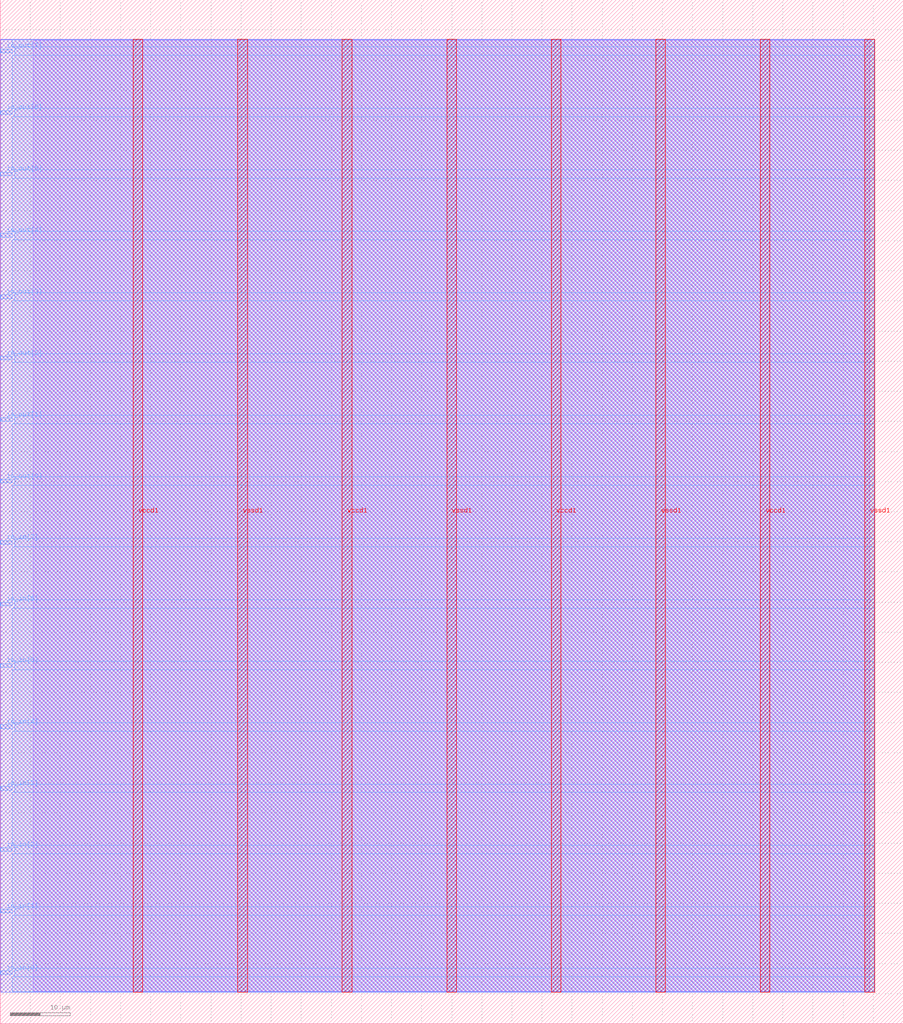
<source format=lef>
VERSION 5.7 ;
  NOWIREEXTENSIONATPIN ON ;
  DIVIDERCHAR "/" ;
  BUSBITCHARS "[]" ;
MACRO user_module_357178660283991041
  CLASS BLOCK ;
  FOREIGN user_module_357178660283991041 ;
  ORIGIN 0.000 0.000 ;
  SIZE 150.000 BY 170.000 ;
  PIN io_in[0]
    DIRECTION INPUT ;
    USE SIGNAL ;
    PORT
      LAYER met3 ;
        RECT 0.000 8.200 2.000 8.800 ;
    END
  END io_in[0]
  PIN io_in[1]
    DIRECTION INPUT ;
    USE SIGNAL ;
    PORT
      LAYER met3 ;
        RECT 0.000 18.400 2.000 19.000 ;
    END
  END io_in[1]
  PIN io_in[2]
    DIRECTION INPUT ;
    USE SIGNAL ;
    PORT
      LAYER met3 ;
        RECT 0.000 28.600 2.000 29.200 ;
    END
  END io_in[2]
  PIN io_in[3]
    DIRECTION INPUT ;
    USE SIGNAL ;
    PORT
      LAYER met3 ;
        RECT 0.000 38.800 2.000 39.400 ;
    END
  END io_in[3]
  PIN io_in[4]
    DIRECTION INPUT ;
    USE SIGNAL ;
    PORT
      LAYER met3 ;
        RECT 0.000 49.000 2.000 49.600 ;
    END
  END io_in[4]
  PIN io_in[5]
    DIRECTION INPUT ;
    USE SIGNAL ;
    PORT
      LAYER met3 ;
        RECT 0.000 59.200 2.000 59.800 ;
    END
  END io_in[5]
  PIN io_in[6]
    DIRECTION INPUT ;
    USE SIGNAL ;
    PORT
      LAYER met3 ;
        RECT 0.000 69.400 2.000 70.000 ;
    END
  END io_in[6]
  PIN io_in[7]
    DIRECTION INPUT ;
    USE SIGNAL ;
    PORT
      LAYER met3 ;
        RECT 0.000 79.600 2.000 80.200 ;
    END
  END io_in[7]
  PIN io_out[0]
    DIRECTION OUTPUT TRISTATE ;
    USE SIGNAL ;
    PORT
      LAYER met3 ;
        RECT 0.000 89.800 2.000 90.400 ;
    END
  END io_out[0]
  PIN io_out[1]
    DIRECTION OUTPUT TRISTATE ;
    USE SIGNAL ;
    PORT
      LAYER met3 ;
        RECT 0.000 100.000 2.000 100.600 ;
    END
  END io_out[1]
  PIN io_out[2]
    DIRECTION OUTPUT TRISTATE ;
    USE SIGNAL ;
    PORT
      LAYER met3 ;
        RECT 0.000 110.200 2.000 110.800 ;
    END
  END io_out[2]
  PIN io_out[3]
    DIRECTION OUTPUT TRISTATE ;
    USE SIGNAL ;
    PORT
      LAYER met3 ;
        RECT 0.000 120.400 2.000 121.000 ;
    END
  END io_out[3]
  PIN io_out[4]
    DIRECTION OUTPUT TRISTATE ;
    USE SIGNAL ;
    PORT
      LAYER met3 ;
        RECT 0.000 130.600 2.000 131.200 ;
    END
  END io_out[4]
  PIN io_out[5]
    DIRECTION OUTPUT TRISTATE ;
    USE SIGNAL ;
    PORT
      LAYER met3 ;
        RECT 0.000 140.800 2.000 141.400 ;
    END
  END io_out[5]
  PIN io_out[6]
    DIRECTION OUTPUT TRISTATE ;
    USE SIGNAL ;
    PORT
      LAYER met3 ;
        RECT 0.000 151.000 2.000 151.600 ;
    END
  END io_out[6]
  PIN io_out[7]
    DIRECTION OUTPUT TRISTATE ;
    USE SIGNAL ;
    PORT
      LAYER met3 ;
        RECT 0.000 161.200 2.000 161.800 ;
    END
  END io_out[7]
  PIN vccd1
    DIRECTION INOUT ;
    USE POWER ;
    PORT
      LAYER met4 ;
        RECT 22.085 5.200 23.685 163.440 ;
    END
    PORT
      LAYER met4 ;
        RECT 56.815 5.200 58.415 163.440 ;
    END
    PORT
      LAYER met4 ;
        RECT 91.545 5.200 93.145 163.440 ;
    END
    PORT
      LAYER met4 ;
        RECT 126.275 5.200 127.875 163.440 ;
    END
  END vccd1
  PIN vssd1
    DIRECTION INOUT ;
    USE GROUND ;
    PORT
      LAYER met4 ;
        RECT 39.450 5.200 41.050 163.440 ;
    END
    PORT
      LAYER met4 ;
        RECT 74.180 5.200 75.780 163.440 ;
    END
    PORT
      LAYER met4 ;
        RECT 108.910 5.200 110.510 163.440 ;
    END
    PORT
      LAYER met4 ;
        RECT 143.640 5.200 145.240 163.440 ;
    END
  END vssd1
  OBS
      LAYER li1 ;
        RECT 5.520 5.355 144.440 163.285 ;
      LAYER met1 ;
        RECT 0.070 5.200 145.240 163.440 ;
      LAYER met2 ;
        RECT 0.100 5.255 145.210 163.385 ;
      LAYER met3 ;
        RECT 2.000 162.200 145.230 163.365 ;
        RECT 2.400 160.800 145.230 162.200 ;
        RECT 2.000 152.000 145.230 160.800 ;
        RECT 2.400 150.600 145.230 152.000 ;
        RECT 2.000 141.800 145.230 150.600 ;
        RECT 2.400 140.400 145.230 141.800 ;
        RECT 2.000 131.600 145.230 140.400 ;
        RECT 2.400 130.200 145.230 131.600 ;
        RECT 2.000 121.400 145.230 130.200 ;
        RECT 2.400 120.000 145.230 121.400 ;
        RECT 2.000 111.200 145.230 120.000 ;
        RECT 2.400 109.800 145.230 111.200 ;
        RECT 2.000 101.000 145.230 109.800 ;
        RECT 2.400 99.600 145.230 101.000 ;
        RECT 2.000 90.800 145.230 99.600 ;
        RECT 2.400 89.400 145.230 90.800 ;
        RECT 2.000 80.600 145.230 89.400 ;
        RECT 2.400 79.200 145.230 80.600 ;
        RECT 2.000 70.400 145.230 79.200 ;
        RECT 2.400 69.000 145.230 70.400 ;
        RECT 2.000 60.200 145.230 69.000 ;
        RECT 2.400 58.800 145.230 60.200 ;
        RECT 2.000 50.000 145.230 58.800 ;
        RECT 2.400 48.600 145.230 50.000 ;
        RECT 2.000 39.800 145.230 48.600 ;
        RECT 2.400 38.400 145.230 39.800 ;
        RECT 2.000 29.600 145.230 38.400 ;
        RECT 2.400 28.200 145.230 29.600 ;
        RECT 2.000 19.400 145.230 28.200 ;
        RECT 2.400 18.000 145.230 19.400 ;
        RECT 2.000 9.200 145.230 18.000 ;
        RECT 2.400 7.800 145.230 9.200 ;
        RECT 2.000 5.275 145.230 7.800 ;
  END
END user_module_357178660283991041
END LIBRARY


</source>
